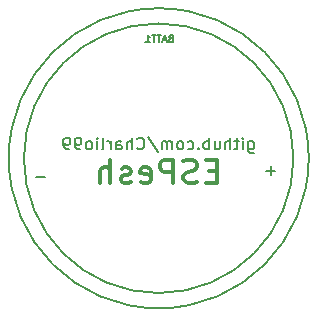
<source format=gbr>
%TF.GenerationSoftware,KiCad,Pcbnew,(5.0.1)-4*%
%TF.CreationDate,2019-06-04T13:38:29+02:00*%
%TF.ProjectId,ESPesh,4553506573682E6B696361645F706362,rev?*%
%TF.SameCoordinates,Original*%
%TF.FileFunction,Legend,Bot*%
%TF.FilePolarity,Positive*%
%FSLAX46Y46*%
G04 Gerber Fmt 4.6, Leading zero omitted, Abs format (unit mm)*
G04 Created by KiCad (PCBNEW (5.0.1)-4) date 04/06/2019 13:38:29*
%MOMM*%
%LPD*%
G01*
G04 APERTURE LIST*
%ADD10C,0.200000*%
%ADD11C,0.350000*%
%ADD12C,0.150000*%
G04 APERTURE END LIST*
D10*
X114808000Y-67754500D02*
G75*
G03X114808000Y-67754500I-12700000J0D01*
G01*
D11*
X107060380Y-68818142D02*
X106393714Y-68818142D01*
X106108000Y-69865761D02*
X107060380Y-69865761D01*
X107060380Y-67865761D01*
X106108000Y-67865761D01*
X105346095Y-69770523D02*
X105060380Y-69865761D01*
X104584190Y-69865761D01*
X104393714Y-69770523D01*
X104298476Y-69675285D01*
X104203238Y-69484809D01*
X104203238Y-69294333D01*
X104298476Y-69103857D01*
X104393714Y-69008619D01*
X104584190Y-68913380D01*
X104965142Y-68818142D01*
X105155619Y-68722904D01*
X105250857Y-68627666D01*
X105346095Y-68437190D01*
X105346095Y-68246714D01*
X105250857Y-68056238D01*
X105155619Y-67961000D01*
X104965142Y-67865761D01*
X104488952Y-67865761D01*
X104203238Y-67961000D01*
X103346095Y-69865761D02*
X103346095Y-67865761D01*
X102584190Y-67865761D01*
X102393714Y-67961000D01*
X102298476Y-68056238D01*
X102203238Y-68246714D01*
X102203238Y-68532428D01*
X102298476Y-68722904D01*
X102393714Y-68818142D01*
X102584190Y-68913380D01*
X103346095Y-68913380D01*
X100584190Y-69770523D02*
X100774666Y-69865761D01*
X101155619Y-69865761D01*
X101346095Y-69770523D01*
X101441333Y-69580047D01*
X101441333Y-68818142D01*
X101346095Y-68627666D01*
X101155619Y-68532428D01*
X100774666Y-68532428D01*
X100584190Y-68627666D01*
X100488952Y-68818142D01*
X100488952Y-69008619D01*
X101441333Y-69199095D01*
X99727047Y-69770523D02*
X99536571Y-69865761D01*
X99155619Y-69865761D01*
X98965142Y-69770523D01*
X98869904Y-69580047D01*
X98869904Y-69484809D01*
X98965142Y-69294333D01*
X99155619Y-69199095D01*
X99441333Y-69199095D01*
X99631809Y-69103857D01*
X99727047Y-68913380D01*
X99727047Y-68818142D01*
X99631809Y-68627666D01*
X99441333Y-68532428D01*
X99155619Y-68532428D01*
X98965142Y-68627666D01*
X98012761Y-69865761D02*
X98012761Y-67865761D01*
X97155619Y-69865761D02*
X97155619Y-68818142D01*
X97250857Y-68627666D01*
X97441333Y-68532428D01*
X97727047Y-68532428D01*
X97917523Y-68627666D01*
X98012761Y-68722904D01*
D10*
X109703238Y-66333714D02*
X109703238Y-67143238D01*
X109750857Y-67238476D01*
X109798476Y-67286095D01*
X109893714Y-67333714D01*
X110036571Y-67333714D01*
X110131809Y-67286095D01*
X109703238Y-66952761D02*
X109798476Y-67000380D01*
X109988952Y-67000380D01*
X110084190Y-66952761D01*
X110131809Y-66905142D01*
X110179428Y-66809904D01*
X110179428Y-66524190D01*
X110131809Y-66428952D01*
X110084190Y-66381333D01*
X109988952Y-66333714D01*
X109798476Y-66333714D01*
X109703238Y-66381333D01*
X109227047Y-67000380D02*
X109227047Y-66333714D01*
X109227047Y-66000380D02*
X109274666Y-66048000D01*
X109227047Y-66095619D01*
X109179428Y-66048000D01*
X109227047Y-66000380D01*
X109227047Y-66095619D01*
X108893714Y-66333714D02*
X108512761Y-66333714D01*
X108750857Y-66000380D02*
X108750857Y-66857523D01*
X108703238Y-66952761D01*
X108608000Y-67000380D01*
X108512761Y-67000380D01*
X108179428Y-67000380D02*
X108179428Y-66000380D01*
X107750857Y-67000380D02*
X107750857Y-66476571D01*
X107798476Y-66381333D01*
X107893714Y-66333714D01*
X108036571Y-66333714D01*
X108131809Y-66381333D01*
X108179428Y-66428952D01*
X106846095Y-66333714D02*
X106846095Y-67000380D01*
X107274666Y-66333714D02*
X107274666Y-66857523D01*
X107227047Y-66952761D01*
X107131809Y-67000380D01*
X106988952Y-67000380D01*
X106893714Y-66952761D01*
X106846095Y-66905142D01*
X106369904Y-67000380D02*
X106369904Y-66000380D01*
X106369904Y-66381333D02*
X106274666Y-66333714D01*
X106084190Y-66333714D01*
X105988952Y-66381333D01*
X105941333Y-66428952D01*
X105893714Y-66524190D01*
X105893714Y-66809904D01*
X105941333Y-66905142D01*
X105988952Y-66952761D01*
X106084190Y-67000380D01*
X106274666Y-67000380D01*
X106369904Y-66952761D01*
X105465142Y-66905142D02*
X105417523Y-66952761D01*
X105465142Y-67000380D01*
X105512761Y-66952761D01*
X105465142Y-66905142D01*
X105465142Y-67000380D01*
X104560380Y-66952761D02*
X104655619Y-67000380D01*
X104846095Y-67000380D01*
X104941333Y-66952761D01*
X104988952Y-66905142D01*
X105036571Y-66809904D01*
X105036571Y-66524190D01*
X104988952Y-66428952D01*
X104941333Y-66381333D01*
X104846095Y-66333714D01*
X104655619Y-66333714D01*
X104560380Y-66381333D01*
X103988952Y-67000380D02*
X104084190Y-66952761D01*
X104131809Y-66905142D01*
X104179428Y-66809904D01*
X104179428Y-66524190D01*
X104131809Y-66428952D01*
X104084190Y-66381333D01*
X103988952Y-66333714D01*
X103846095Y-66333714D01*
X103750857Y-66381333D01*
X103703238Y-66428952D01*
X103655619Y-66524190D01*
X103655619Y-66809904D01*
X103703238Y-66905142D01*
X103750857Y-66952761D01*
X103846095Y-67000380D01*
X103988952Y-67000380D01*
X103227047Y-67000380D02*
X103227047Y-66333714D01*
X103227047Y-66428952D02*
X103179428Y-66381333D01*
X103084190Y-66333714D01*
X102941333Y-66333714D01*
X102846095Y-66381333D01*
X102798476Y-66476571D01*
X102798476Y-67000380D01*
X102798476Y-66476571D02*
X102750857Y-66381333D01*
X102655619Y-66333714D01*
X102512761Y-66333714D01*
X102417523Y-66381333D01*
X102369904Y-66476571D01*
X102369904Y-67000380D01*
X101179428Y-65952761D02*
X102036571Y-67238476D01*
X100274666Y-66905142D02*
X100322285Y-66952761D01*
X100465142Y-67000380D01*
X100560380Y-67000380D01*
X100703238Y-66952761D01*
X100798476Y-66857523D01*
X100846095Y-66762285D01*
X100893714Y-66571809D01*
X100893714Y-66428952D01*
X100846095Y-66238476D01*
X100798476Y-66143238D01*
X100703238Y-66048000D01*
X100560380Y-66000380D01*
X100465142Y-66000380D01*
X100322285Y-66048000D01*
X100274666Y-66095619D01*
X99846095Y-67000380D02*
X99846095Y-66000380D01*
X99417523Y-67000380D02*
X99417523Y-66476571D01*
X99465142Y-66381333D01*
X99560380Y-66333714D01*
X99703238Y-66333714D01*
X99798476Y-66381333D01*
X99846095Y-66428952D01*
X98512761Y-67000380D02*
X98512761Y-66476571D01*
X98560380Y-66381333D01*
X98655619Y-66333714D01*
X98846095Y-66333714D01*
X98941333Y-66381333D01*
X98512761Y-66952761D02*
X98608000Y-67000380D01*
X98846095Y-67000380D01*
X98941333Y-66952761D01*
X98988952Y-66857523D01*
X98988952Y-66762285D01*
X98941333Y-66667047D01*
X98846095Y-66619428D01*
X98608000Y-66619428D01*
X98512761Y-66571809D01*
X98036571Y-67000380D02*
X98036571Y-66333714D01*
X98036571Y-66524190D02*
X97988952Y-66428952D01*
X97941333Y-66381333D01*
X97846095Y-66333714D01*
X97750857Y-66333714D01*
X97274666Y-67000380D02*
X97369904Y-66952761D01*
X97417523Y-66857523D01*
X97417523Y-66000380D01*
X96893714Y-67000380D02*
X96893714Y-66333714D01*
X96893714Y-66000380D02*
X96941333Y-66048000D01*
X96893714Y-66095619D01*
X96846095Y-66048000D01*
X96893714Y-66000380D01*
X96893714Y-66095619D01*
X96274666Y-67000380D02*
X96369904Y-66952761D01*
X96417523Y-66905142D01*
X96465142Y-66809904D01*
X96465142Y-66524190D01*
X96417523Y-66428952D01*
X96369904Y-66381333D01*
X96274666Y-66333714D01*
X96131809Y-66333714D01*
X96036571Y-66381333D01*
X95988952Y-66428952D01*
X95941333Y-66524190D01*
X95941333Y-66809904D01*
X95988952Y-66905142D01*
X96036571Y-66952761D01*
X96131809Y-67000380D01*
X96274666Y-67000380D01*
X95465142Y-67000380D02*
X95274666Y-67000380D01*
X95179428Y-66952761D01*
X95131809Y-66905142D01*
X95036571Y-66762285D01*
X94988952Y-66571809D01*
X94988952Y-66190857D01*
X95036571Y-66095619D01*
X95084190Y-66048000D01*
X95179428Y-66000380D01*
X95369904Y-66000380D01*
X95465142Y-66048000D01*
X95512761Y-66095619D01*
X95560380Y-66190857D01*
X95560380Y-66428952D01*
X95512761Y-66524190D01*
X95465142Y-66571809D01*
X95369904Y-66619428D01*
X95179428Y-66619428D01*
X95084190Y-66571809D01*
X95036571Y-66524190D01*
X94988952Y-66428952D01*
X94512761Y-67000380D02*
X94322285Y-67000380D01*
X94227047Y-66952761D01*
X94179428Y-66905142D01*
X94084190Y-66762285D01*
X94036571Y-66571809D01*
X94036571Y-66190857D01*
X94084190Y-66095619D01*
X94131809Y-66048000D01*
X94227047Y-66000380D01*
X94417523Y-66000380D01*
X94512761Y-66048000D01*
X94560380Y-66095619D01*
X94608000Y-66190857D01*
X94608000Y-66428952D01*
X94560380Y-66524190D01*
X94512761Y-66571809D01*
X94417523Y-66619428D01*
X94227047Y-66619428D01*
X94131809Y-66571809D01*
X94084190Y-66524190D01*
X94036571Y-66428952D01*
D12*
X113512712Y-67754500D02*
G75*
G03X113512712Y-67754500I-11412712J0D01*
G01*
X103128642Y-57615142D02*
X103042928Y-57643714D01*
X103014357Y-57672285D01*
X102985785Y-57729428D01*
X102985785Y-57815142D01*
X103014357Y-57872285D01*
X103042928Y-57900857D01*
X103100071Y-57929428D01*
X103328642Y-57929428D01*
X103328642Y-57329428D01*
X103128642Y-57329428D01*
X103071500Y-57358000D01*
X103042928Y-57386571D01*
X103014357Y-57443714D01*
X103014357Y-57500857D01*
X103042928Y-57558000D01*
X103071500Y-57586571D01*
X103128642Y-57615142D01*
X103328642Y-57615142D01*
X102757214Y-57758000D02*
X102471500Y-57758000D01*
X102814357Y-57929428D02*
X102614357Y-57329428D01*
X102414357Y-57929428D01*
X102300071Y-57329428D02*
X101957214Y-57329428D01*
X102128642Y-57929428D02*
X102128642Y-57329428D01*
X101842928Y-57329428D02*
X101500071Y-57329428D01*
X101671500Y-57929428D02*
X101671500Y-57329428D01*
X100985785Y-57929428D02*
X101328642Y-57929428D01*
X101157214Y-57929428D02*
X101157214Y-57329428D01*
X101214357Y-57415142D01*
X101271500Y-57472285D01*
X101328642Y-57500857D01*
X92480952Y-69325928D02*
X91719047Y-69325928D01*
X111980952Y-68825928D02*
X111219047Y-68825928D01*
X111600000Y-69206880D02*
X111600000Y-68444976D01*
M02*

</source>
